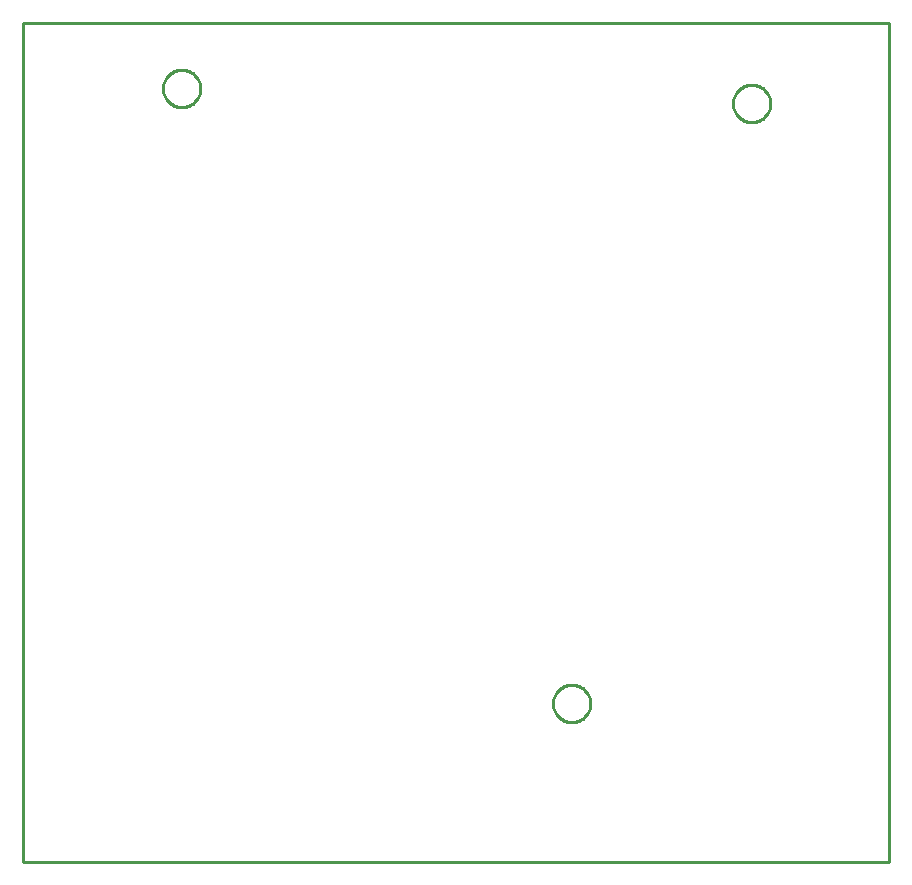
<source format=gko>
G04 EAGLE Gerber RS-274X export*
G75*
%MOMM*%
%FSLAX34Y34*%
%LPD*%
%INBoard Outline*%
%IPPOS*%
%AMOC8*
5,1,8,0,0,1.08239X$1,22.5*%
G01*
%ADD10C,0.000000*%
%ADD11C,0.254000*%


D10*
X88900Y60960D02*
X822200Y60960D01*
X822200Y772060D01*
X88900Y772060D01*
X88900Y60960D01*
X689725Y703500D02*
X689730Y703890D01*
X689744Y704279D01*
X689768Y704668D01*
X689801Y705056D01*
X689844Y705443D01*
X689897Y705829D01*
X689959Y706214D01*
X690030Y706597D01*
X690111Y706978D01*
X690201Y707357D01*
X690300Y707734D01*
X690409Y708108D01*
X690526Y708480D01*
X690653Y708848D01*
X690789Y709213D01*
X690933Y709575D01*
X691087Y709933D01*
X691249Y710287D01*
X691420Y710638D01*
X691599Y710983D01*
X691787Y711325D01*
X691984Y711661D01*
X692188Y711993D01*
X692400Y712320D01*
X692621Y712641D01*
X692849Y712957D01*
X693085Y713267D01*
X693328Y713571D01*
X693579Y713869D01*
X693837Y714161D01*
X694103Y714446D01*
X694375Y714725D01*
X694654Y714997D01*
X694939Y715263D01*
X695231Y715521D01*
X695529Y715772D01*
X695833Y716015D01*
X696143Y716251D01*
X696459Y716479D01*
X696780Y716700D01*
X697107Y716912D01*
X697439Y717116D01*
X697775Y717313D01*
X698117Y717501D01*
X698462Y717680D01*
X698813Y717851D01*
X699167Y718013D01*
X699525Y718167D01*
X699887Y718311D01*
X700252Y718447D01*
X700620Y718574D01*
X700992Y718691D01*
X701366Y718800D01*
X701743Y718899D01*
X702122Y718989D01*
X702503Y719070D01*
X702886Y719141D01*
X703271Y719203D01*
X703657Y719256D01*
X704044Y719299D01*
X704432Y719332D01*
X704821Y719356D01*
X705210Y719370D01*
X705600Y719375D01*
X705990Y719370D01*
X706379Y719356D01*
X706768Y719332D01*
X707156Y719299D01*
X707543Y719256D01*
X707929Y719203D01*
X708314Y719141D01*
X708697Y719070D01*
X709078Y718989D01*
X709457Y718899D01*
X709834Y718800D01*
X710208Y718691D01*
X710580Y718574D01*
X710948Y718447D01*
X711313Y718311D01*
X711675Y718167D01*
X712033Y718013D01*
X712387Y717851D01*
X712738Y717680D01*
X713083Y717501D01*
X713425Y717313D01*
X713761Y717116D01*
X714093Y716912D01*
X714420Y716700D01*
X714741Y716479D01*
X715057Y716251D01*
X715367Y716015D01*
X715671Y715772D01*
X715969Y715521D01*
X716261Y715263D01*
X716546Y714997D01*
X716825Y714725D01*
X717097Y714446D01*
X717363Y714161D01*
X717621Y713869D01*
X717872Y713571D01*
X718115Y713267D01*
X718351Y712957D01*
X718579Y712641D01*
X718800Y712320D01*
X719012Y711993D01*
X719216Y711661D01*
X719413Y711325D01*
X719601Y710983D01*
X719780Y710638D01*
X719951Y710287D01*
X720113Y709933D01*
X720267Y709575D01*
X720411Y709213D01*
X720547Y708848D01*
X720674Y708480D01*
X720791Y708108D01*
X720900Y707734D01*
X720999Y707357D01*
X721089Y706978D01*
X721170Y706597D01*
X721241Y706214D01*
X721303Y705829D01*
X721356Y705443D01*
X721399Y705056D01*
X721432Y704668D01*
X721456Y704279D01*
X721470Y703890D01*
X721475Y703500D01*
X721470Y703110D01*
X721456Y702721D01*
X721432Y702332D01*
X721399Y701944D01*
X721356Y701557D01*
X721303Y701171D01*
X721241Y700786D01*
X721170Y700403D01*
X721089Y700022D01*
X720999Y699643D01*
X720900Y699266D01*
X720791Y698892D01*
X720674Y698520D01*
X720547Y698152D01*
X720411Y697787D01*
X720267Y697425D01*
X720113Y697067D01*
X719951Y696713D01*
X719780Y696362D01*
X719601Y696017D01*
X719413Y695675D01*
X719216Y695339D01*
X719012Y695007D01*
X718800Y694680D01*
X718579Y694359D01*
X718351Y694043D01*
X718115Y693733D01*
X717872Y693429D01*
X717621Y693131D01*
X717363Y692839D01*
X717097Y692554D01*
X716825Y692275D01*
X716546Y692003D01*
X716261Y691737D01*
X715969Y691479D01*
X715671Y691228D01*
X715367Y690985D01*
X715057Y690749D01*
X714741Y690521D01*
X714420Y690300D01*
X714093Y690088D01*
X713761Y689884D01*
X713425Y689687D01*
X713083Y689499D01*
X712738Y689320D01*
X712387Y689149D01*
X712033Y688987D01*
X711675Y688833D01*
X711313Y688689D01*
X710948Y688553D01*
X710580Y688426D01*
X710208Y688309D01*
X709834Y688200D01*
X709457Y688101D01*
X709078Y688011D01*
X708697Y687930D01*
X708314Y687859D01*
X707929Y687797D01*
X707543Y687744D01*
X707156Y687701D01*
X706768Y687668D01*
X706379Y687644D01*
X705990Y687630D01*
X705600Y687625D01*
X705210Y687630D01*
X704821Y687644D01*
X704432Y687668D01*
X704044Y687701D01*
X703657Y687744D01*
X703271Y687797D01*
X702886Y687859D01*
X702503Y687930D01*
X702122Y688011D01*
X701743Y688101D01*
X701366Y688200D01*
X700992Y688309D01*
X700620Y688426D01*
X700252Y688553D01*
X699887Y688689D01*
X699525Y688833D01*
X699167Y688987D01*
X698813Y689149D01*
X698462Y689320D01*
X698117Y689499D01*
X697775Y689687D01*
X697439Y689884D01*
X697107Y690088D01*
X696780Y690300D01*
X696459Y690521D01*
X696143Y690749D01*
X695833Y690985D01*
X695529Y691228D01*
X695231Y691479D01*
X694939Y691737D01*
X694654Y692003D01*
X694375Y692275D01*
X694103Y692554D01*
X693837Y692839D01*
X693579Y693131D01*
X693328Y693429D01*
X693085Y693733D01*
X692849Y694043D01*
X692621Y694359D01*
X692400Y694680D01*
X692188Y695007D01*
X691984Y695339D01*
X691787Y695675D01*
X691599Y696017D01*
X691420Y696362D01*
X691249Y696713D01*
X691087Y697067D01*
X690933Y697425D01*
X690789Y697787D01*
X690653Y698152D01*
X690526Y698520D01*
X690409Y698892D01*
X690300Y699266D01*
X690201Y699643D01*
X690111Y700022D01*
X690030Y700403D01*
X689959Y700786D01*
X689897Y701171D01*
X689844Y701557D01*
X689801Y701944D01*
X689768Y702332D01*
X689744Y702721D01*
X689730Y703110D01*
X689725Y703500D01*
X207125Y716200D02*
X207130Y716590D01*
X207144Y716979D01*
X207168Y717368D01*
X207201Y717756D01*
X207244Y718143D01*
X207297Y718529D01*
X207359Y718914D01*
X207430Y719297D01*
X207511Y719678D01*
X207601Y720057D01*
X207700Y720434D01*
X207809Y720808D01*
X207926Y721180D01*
X208053Y721548D01*
X208189Y721913D01*
X208333Y722275D01*
X208487Y722633D01*
X208649Y722987D01*
X208820Y723338D01*
X208999Y723683D01*
X209187Y724025D01*
X209384Y724361D01*
X209588Y724693D01*
X209800Y725020D01*
X210021Y725341D01*
X210249Y725657D01*
X210485Y725967D01*
X210728Y726271D01*
X210979Y726569D01*
X211237Y726861D01*
X211503Y727146D01*
X211775Y727425D01*
X212054Y727697D01*
X212339Y727963D01*
X212631Y728221D01*
X212929Y728472D01*
X213233Y728715D01*
X213543Y728951D01*
X213859Y729179D01*
X214180Y729400D01*
X214507Y729612D01*
X214839Y729816D01*
X215175Y730013D01*
X215517Y730201D01*
X215862Y730380D01*
X216213Y730551D01*
X216567Y730713D01*
X216925Y730867D01*
X217287Y731011D01*
X217652Y731147D01*
X218020Y731274D01*
X218392Y731391D01*
X218766Y731500D01*
X219143Y731599D01*
X219522Y731689D01*
X219903Y731770D01*
X220286Y731841D01*
X220671Y731903D01*
X221057Y731956D01*
X221444Y731999D01*
X221832Y732032D01*
X222221Y732056D01*
X222610Y732070D01*
X223000Y732075D01*
X223390Y732070D01*
X223779Y732056D01*
X224168Y732032D01*
X224556Y731999D01*
X224943Y731956D01*
X225329Y731903D01*
X225714Y731841D01*
X226097Y731770D01*
X226478Y731689D01*
X226857Y731599D01*
X227234Y731500D01*
X227608Y731391D01*
X227980Y731274D01*
X228348Y731147D01*
X228713Y731011D01*
X229075Y730867D01*
X229433Y730713D01*
X229787Y730551D01*
X230138Y730380D01*
X230483Y730201D01*
X230825Y730013D01*
X231161Y729816D01*
X231493Y729612D01*
X231820Y729400D01*
X232141Y729179D01*
X232457Y728951D01*
X232767Y728715D01*
X233071Y728472D01*
X233369Y728221D01*
X233661Y727963D01*
X233946Y727697D01*
X234225Y727425D01*
X234497Y727146D01*
X234763Y726861D01*
X235021Y726569D01*
X235272Y726271D01*
X235515Y725967D01*
X235751Y725657D01*
X235979Y725341D01*
X236200Y725020D01*
X236412Y724693D01*
X236616Y724361D01*
X236813Y724025D01*
X237001Y723683D01*
X237180Y723338D01*
X237351Y722987D01*
X237513Y722633D01*
X237667Y722275D01*
X237811Y721913D01*
X237947Y721548D01*
X238074Y721180D01*
X238191Y720808D01*
X238300Y720434D01*
X238399Y720057D01*
X238489Y719678D01*
X238570Y719297D01*
X238641Y718914D01*
X238703Y718529D01*
X238756Y718143D01*
X238799Y717756D01*
X238832Y717368D01*
X238856Y716979D01*
X238870Y716590D01*
X238875Y716200D01*
X238870Y715810D01*
X238856Y715421D01*
X238832Y715032D01*
X238799Y714644D01*
X238756Y714257D01*
X238703Y713871D01*
X238641Y713486D01*
X238570Y713103D01*
X238489Y712722D01*
X238399Y712343D01*
X238300Y711966D01*
X238191Y711592D01*
X238074Y711220D01*
X237947Y710852D01*
X237811Y710487D01*
X237667Y710125D01*
X237513Y709767D01*
X237351Y709413D01*
X237180Y709062D01*
X237001Y708717D01*
X236813Y708375D01*
X236616Y708039D01*
X236412Y707707D01*
X236200Y707380D01*
X235979Y707059D01*
X235751Y706743D01*
X235515Y706433D01*
X235272Y706129D01*
X235021Y705831D01*
X234763Y705539D01*
X234497Y705254D01*
X234225Y704975D01*
X233946Y704703D01*
X233661Y704437D01*
X233369Y704179D01*
X233071Y703928D01*
X232767Y703685D01*
X232457Y703449D01*
X232141Y703221D01*
X231820Y703000D01*
X231493Y702788D01*
X231161Y702584D01*
X230825Y702387D01*
X230483Y702199D01*
X230138Y702020D01*
X229787Y701849D01*
X229433Y701687D01*
X229075Y701533D01*
X228713Y701389D01*
X228348Y701253D01*
X227980Y701126D01*
X227608Y701009D01*
X227234Y700900D01*
X226857Y700801D01*
X226478Y700711D01*
X226097Y700630D01*
X225714Y700559D01*
X225329Y700497D01*
X224943Y700444D01*
X224556Y700401D01*
X224168Y700368D01*
X223779Y700344D01*
X223390Y700330D01*
X223000Y700325D01*
X222610Y700330D01*
X222221Y700344D01*
X221832Y700368D01*
X221444Y700401D01*
X221057Y700444D01*
X220671Y700497D01*
X220286Y700559D01*
X219903Y700630D01*
X219522Y700711D01*
X219143Y700801D01*
X218766Y700900D01*
X218392Y701009D01*
X218020Y701126D01*
X217652Y701253D01*
X217287Y701389D01*
X216925Y701533D01*
X216567Y701687D01*
X216213Y701849D01*
X215862Y702020D01*
X215517Y702199D01*
X215175Y702387D01*
X214839Y702584D01*
X214507Y702788D01*
X214180Y703000D01*
X213859Y703221D01*
X213543Y703449D01*
X213233Y703685D01*
X212929Y703928D01*
X212631Y704179D01*
X212339Y704437D01*
X212054Y704703D01*
X211775Y704975D01*
X211503Y705254D01*
X211237Y705539D01*
X210979Y705831D01*
X210728Y706129D01*
X210485Y706433D01*
X210249Y706743D01*
X210021Y707059D01*
X209800Y707380D01*
X209588Y707707D01*
X209384Y708039D01*
X209187Y708375D01*
X208999Y708717D01*
X208820Y709062D01*
X208649Y709413D01*
X208487Y709767D01*
X208333Y710125D01*
X208189Y710487D01*
X208053Y710852D01*
X207926Y711220D01*
X207809Y711592D01*
X207700Y711966D01*
X207601Y712343D01*
X207511Y712722D01*
X207430Y713103D01*
X207359Y713486D01*
X207297Y713871D01*
X207244Y714257D01*
X207201Y714644D01*
X207168Y715032D01*
X207144Y715421D01*
X207130Y715810D01*
X207125Y716200D01*
X537325Y195500D02*
X537330Y195890D01*
X537344Y196279D01*
X537368Y196668D01*
X537401Y197056D01*
X537444Y197443D01*
X537497Y197829D01*
X537559Y198214D01*
X537630Y198597D01*
X537711Y198978D01*
X537801Y199357D01*
X537900Y199734D01*
X538009Y200108D01*
X538126Y200480D01*
X538253Y200848D01*
X538389Y201213D01*
X538533Y201575D01*
X538687Y201933D01*
X538849Y202287D01*
X539020Y202638D01*
X539199Y202983D01*
X539387Y203325D01*
X539584Y203661D01*
X539788Y203993D01*
X540000Y204320D01*
X540221Y204641D01*
X540449Y204957D01*
X540685Y205267D01*
X540928Y205571D01*
X541179Y205869D01*
X541437Y206161D01*
X541703Y206446D01*
X541975Y206725D01*
X542254Y206997D01*
X542539Y207263D01*
X542831Y207521D01*
X543129Y207772D01*
X543433Y208015D01*
X543743Y208251D01*
X544059Y208479D01*
X544380Y208700D01*
X544707Y208912D01*
X545039Y209116D01*
X545375Y209313D01*
X545717Y209501D01*
X546062Y209680D01*
X546413Y209851D01*
X546767Y210013D01*
X547125Y210167D01*
X547487Y210311D01*
X547852Y210447D01*
X548220Y210574D01*
X548592Y210691D01*
X548966Y210800D01*
X549343Y210899D01*
X549722Y210989D01*
X550103Y211070D01*
X550486Y211141D01*
X550871Y211203D01*
X551257Y211256D01*
X551644Y211299D01*
X552032Y211332D01*
X552421Y211356D01*
X552810Y211370D01*
X553200Y211375D01*
X553590Y211370D01*
X553979Y211356D01*
X554368Y211332D01*
X554756Y211299D01*
X555143Y211256D01*
X555529Y211203D01*
X555914Y211141D01*
X556297Y211070D01*
X556678Y210989D01*
X557057Y210899D01*
X557434Y210800D01*
X557808Y210691D01*
X558180Y210574D01*
X558548Y210447D01*
X558913Y210311D01*
X559275Y210167D01*
X559633Y210013D01*
X559987Y209851D01*
X560338Y209680D01*
X560683Y209501D01*
X561025Y209313D01*
X561361Y209116D01*
X561693Y208912D01*
X562020Y208700D01*
X562341Y208479D01*
X562657Y208251D01*
X562967Y208015D01*
X563271Y207772D01*
X563569Y207521D01*
X563861Y207263D01*
X564146Y206997D01*
X564425Y206725D01*
X564697Y206446D01*
X564963Y206161D01*
X565221Y205869D01*
X565472Y205571D01*
X565715Y205267D01*
X565951Y204957D01*
X566179Y204641D01*
X566400Y204320D01*
X566612Y203993D01*
X566816Y203661D01*
X567013Y203325D01*
X567201Y202983D01*
X567380Y202638D01*
X567551Y202287D01*
X567713Y201933D01*
X567867Y201575D01*
X568011Y201213D01*
X568147Y200848D01*
X568274Y200480D01*
X568391Y200108D01*
X568500Y199734D01*
X568599Y199357D01*
X568689Y198978D01*
X568770Y198597D01*
X568841Y198214D01*
X568903Y197829D01*
X568956Y197443D01*
X568999Y197056D01*
X569032Y196668D01*
X569056Y196279D01*
X569070Y195890D01*
X569075Y195500D01*
X569070Y195110D01*
X569056Y194721D01*
X569032Y194332D01*
X568999Y193944D01*
X568956Y193557D01*
X568903Y193171D01*
X568841Y192786D01*
X568770Y192403D01*
X568689Y192022D01*
X568599Y191643D01*
X568500Y191266D01*
X568391Y190892D01*
X568274Y190520D01*
X568147Y190152D01*
X568011Y189787D01*
X567867Y189425D01*
X567713Y189067D01*
X567551Y188713D01*
X567380Y188362D01*
X567201Y188017D01*
X567013Y187675D01*
X566816Y187339D01*
X566612Y187007D01*
X566400Y186680D01*
X566179Y186359D01*
X565951Y186043D01*
X565715Y185733D01*
X565472Y185429D01*
X565221Y185131D01*
X564963Y184839D01*
X564697Y184554D01*
X564425Y184275D01*
X564146Y184003D01*
X563861Y183737D01*
X563569Y183479D01*
X563271Y183228D01*
X562967Y182985D01*
X562657Y182749D01*
X562341Y182521D01*
X562020Y182300D01*
X561693Y182088D01*
X561361Y181884D01*
X561025Y181687D01*
X560683Y181499D01*
X560338Y181320D01*
X559987Y181149D01*
X559633Y180987D01*
X559275Y180833D01*
X558913Y180689D01*
X558548Y180553D01*
X558180Y180426D01*
X557808Y180309D01*
X557434Y180200D01*
X557057Y180101D01*
X556678Y180011D01*
X556297Y179930D01*
X555914Y179859D01*
X555529Y179797D01*
X555143Y179744D01*
X554756Y179701D01*
X554368Y179668D01*
X553979Y179644D01*
X553590Y179630D01*
X553200Y179625D01*
X552810Y179630D01*
X552421Y179644D01*
X552032Y179668D01*
X551644Y179701D01*
X551257Y179744D01*
X550871Y179797D01*
X550486Y179859D01*
X550103Y179930D01*
X549722Y180011D01*
X549343Y180101D01*
X548966Y180200D01*
X548592Y180309D01*
X548220Y180426D01*
X547852Y180553D01*
X547487Y180689D01*
X547125Y180833D01*
X546767Y180987D01*
X546413Y181149D01*
X546062Y181320D01*
X545717Y181499D01*
X545375Y181687D01*
X545039Y181884D01*
X544707Y182088D01*
X544380Y182300D01*
X544059Y182521D01*
X543743Y182749D01*
X543433Y182985D01*
X543129Y183228D01*
X542831Y183479D01*
X542539Y183737D01*
X542254Y184003D01*
X541975Y184275D01*
X541703Y184554D01*
X541437Y184839D01*
X541179Y185131D01*
X540928Y185429D01*
X540685Y185733D01*
X540449Y186043D01*
X540221Y186359D01*
X540000Y186680D01*
X539788Y187007D01*
X539584Y187339D01*
X539387Y187675D01*
X539199Y188017D01*
X539020Y188362D01*
X538849Y188713D01*
X538687Y189067D01*
X538533Y189425D01*
X538389Y189787D01*
X538253Y190152D01*
X538126Y190520D01*
X538009Y190892D01*
X537900Y191266D01*
X537801Y191643D01*
X537711Y192022D01*
X537630Y192403D01*
X537559Y192786D01*
X537497Y193171D01*
X537444Y193557D01*
X537401Y193944D01*
X537368Y194332D01*
X537344Y194721D01*
X537330Y195110D01*
X537325Y195500D01*
D11*
X88900Y60960D02*
X822200Y60960D01*
X822200Y772060D01*
X88900Y772060D01*
X88900Y60960D01*
X721475Y702980D02*
X721407Y701943D01*
X721271Y700913D01*
X721069Y699893D01*
X720800Y698889D01*
X720465Y697905D01*
X720068Y696945D01*
X719608Y696013D01*
X719088Y695112D01*
X718511Y694248D01*
X717878Y693424D01*
X717193Y692642D01*
X716458Y691907D01*
X715676Y691222D01*
X714852Y690589D01*
X713988Y690012D01*
X713087Y689492D01*
X712155Y689032D01*
X711195Y688635D01*
X710211Y688300D01*
X709207Y688031D01*
X708187Y687829D01*
X707157Y687693D01*
X706120Y687625D01*
X705080Y687625D01*
X704043Y687693D01*
X703013Y687829D01*
X701993Y688031D01*
X700989Y688300D01*
X700005Y688635D01*
X699045Y689032D01*
X698113Y689492D01*
X697212Y690012D01*
X696348Y690589D01*
X695524Y691222D01*
X694742Y691907D01*
X694007Y692642D01*
X693322Y693424D01*
X692689Y694248D01*
X692112Y695112D01*
X691592Y696013D01*
X691132Y696945D01*
X690735Y697905D01*
X690400Y698889D01*
X690131Y699893D01*
X689929Y700913D01*
X689793Y701943D01*
X689725Y702980D01*
X689725Y704020D01*
X689793Y705057D01*
X689929Y706087D01*
X690131Y707107D01*
X690400Y708111D01*
X690735Y709095D01*
X691132Y710055D01*
X691592Y710987D01*
X692112Y711888D01*
X692689Y712752D01*
X693322Y713576D01*
X694007Y714358D01*
X694742Y715093D01*
X695524Y715778D01*
X696348Y716411D01*
X697212Y716988D01*
X698113Y717508D01*
X699045Y717968D01*
X700005Y718365D01*
X700989Y718700D01*
X701993Y718969D01*
X703013Y719171D01*
X704043Y719307D01*
X705080Y719375D01*
X706120Y719375D01*
X707157Y719307D01*
X708187Y719171D01*
X709207Y718969D01*
X710211Y718700D01*
X711195Y718365D01*
X712155Y717968D01*
X713087Y717508D01*
X713988Y716988D01*
X714852Y716411D01*
X715676Y715778D01*
X716458Y715093D01*
X717193Y714358D01*
X717878Y713576D01*
X718511Y712752D01*
X719088Y711888D01*
X719608Y710987D01*
X720068Y710055D01*
X720465Y709095D01*
X720800Y708111D01*
X721069Y707107D01*
X721271Y706087D01*
X721407Y705057D01*
X721475Y704020D01*
X721475Y702980D01*
X238875Y715680D02*
X238807Y714643D01*
X238671Y713613D01*
X238469Y712593D01*
X238200Y711589D01*
X237865Y710605D01*
X237468Y709645D01*
X237008Y708713D01*
X236488Y707812D01*
X235911Y706948D01*
X235278Y706124D01*
X234593Y705342D01*
X233858Y704607D01*
X233076Y703922D01*
X232252Y703289D01*
X231388Y702712D01*
X230487Y702192D01*
X229555Y701732D01*
X228595Y701335D01*
X227611Y701000D01*
X226607Y700731D01*
X225587Y700529D01*
X224557Y700393D01*
X223520Y700325D01*
X222480Y700325D01*
X221443Y700393D01*
X220413Y700529D01*
X219393Y700731D01*
X218389Y701000D01*
X217405Y701335D01*
X216445Y701732D01*
X215513Y702192D01*
X214612Y702712D01*
X213748Y703289D01*
X212924Y703922D01*
X212142Y704607D01*
X211407Y705342D01*
X210722Y706124D01*
X210089Y706948D01*
X209512Y707812D01*
X208992Y708713D01*
X208532Y709645D01*
X208135Y710605D01*
X207800Y711589D01*
X207531Y712593D01*
X207329Y713613D01*
X207193Y714643D01*
X207125Y715680D01*
X207125Y716720D01*
X207193Y717757D01*
X207329Y718787D01*
X207531Y719807D01*
X207800Y720811D01*
X208135Y721795D01*
X208532Y722755D01*
X208992Y723687D01*
X209512Y724588D01*
X210089Y725452D01*
X210722Y726276D01*
X211407Y727058D01*
X212142Y727793D01*
X212924Y728478D01*
X213748Y729111D01*
X214612Y729688D01*
X215513Y730208D01*
X216445Y730668D01*
X217405Y731065D01*
X218389Y731400D01*
X219393Y731669D01*
X220413Y731871D01*
X221443Y732007D01*
X222480Y732075D01*
X223520Y732075D01*
X224557Y732007D01*
X225587Y731871D01*
X226607Y731669D01*
X227611Y731400D01*
X228595Y731065D01*
X229555Y730668D01*
X230487Y730208D01*
X231388Y729688D01*
X232252Y729111D01*
X233076Y728478D01*
X233858Y727793D01*
X234593Y727058D01*
X235278Y726276D01*
X235911Y725452D01*
X236488Y724588D01*
X237008Y723687D01*
X237468Y722755D01*
X237865Y721795D01*
X238200Y720811D01*
X238469Y719807D01*
X238671Y718787D01*
X238807Y717757D01*
X238875Y716720D01*
X238875Y715680D01*
X569075Y194980D02*
X569007Y193943D01*
X568871Y192913D01*
X568669Y191893D01*
X568400Y190889D01*
X568065Y189905D01*
X567668Y188945D01*
X567208Y188013D01*
X566688Y187112D01*
X566111Y186248D01*
X565478Y185424D01*
X564793Y184642D01*
X564058Y183907D01*
X563276Y183222D01*
X562452Y182589D01*
X561588Y182012D01*
X560687Y181492D01*
X559755Y181032D01*
X558795Y180635D01*
X557811Y180300D01*
X556807Y180031D01*
X555787Y179829D01*
X554757Y179693D01*
X553720Y179625D01*
X552680Y179625D01*
X551643Y179693D01*
X550613Y179829D01*
X549593Y180031D01*
X548589Y180300D01*
X547605Y180635D01*
X546645Y181032D01*
X545713Y181492D01*
X544812Y182012D01*
X543948Y182589D01*
X543124Y183222D01*
X542342Y183907D01*
X541607Y184642D01*
X540922Y185424D01*
X540289Y186248D01*
X539712Y187112D01*
X539192Y188013D01*
X538732Y188945D01*
X538335Y189905D01*
X538000Y190889D01*
X537731Y191893D01*
X537529Y192913D01*
X537393Y193943D01*
X537325Y194980D01*
X537325Y196020D01*
X537393Y197057D01*
X537529Y198087D01*
X537731Y199107D01*
X538000Y200111D01*
X538335Y201095D01*
X538732Y202055D01*
X539192Y202987D01*
X539712Y203888D01*
X540289Y204752D01*
X540922Y205576D01*
X541607Y206358D01*
X542342Y207093D01*
X543124Y207778D01*
X543948Y208411D01*
X544812Y208988D01*
X545713Y209508D01*
X546645Y209968D01*
X547605Y210365D01*
X548589Y210700D01*
X549593Y210969D01*
X550613Y211171D01*
X551643Y211307D01*
X552680Y211375D01*
X553720Y211375D01*
X554757Y211307D01*
X555787Y211171D01*
X556807Y210969D01*
X557811Y210700D01*
X558795Y210365D01*
X559755Y209968D01*
X560687Y209508D01*
X561588Y208988D01*
X562452Y208411D01*
X563276Y207778D01*
X564058Y207093D01*
X564793Y206358D01*
X565478Y205576D01*
X566111Y204752D01*
X566688Y203888D01*
X567208Y202987D01*
X567668Y202055D01*
X568065Y201095D01*
X568400Y200111D01*
X568669Y199107D01*
X568871Y198087D01*
X569007Y197057D01*
X569075Y196020D01*
X569075Y194980D01*
M02*

</source>
